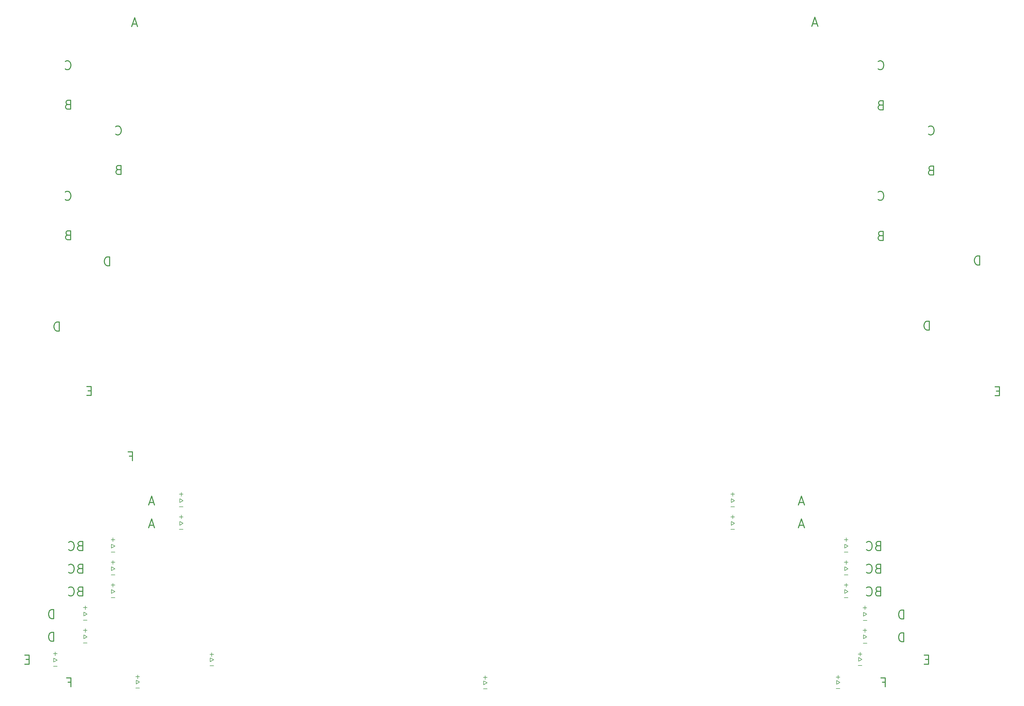
<source format=gbr>
G04 #@! TF.GenerationSoftware,KiCad,Pcbnew,(5.1.0-0)*
G04 #@! TF.CreationDate,2019-04-18T11:47:57-07:00*
G04 #@! TF.ProjectId,Panel2,50616e65-6c32-42e6-9b69-6361645f7063,rev?*
G04 #@! TF.SameCoordinates,Original*
G04 #@! TF.FileFunction,Legend,Bot*
G04 #@! TF.FilePolarity,Positive*
%FSLAX46Y46*%
G04 Gerber Fmt 4.6, Leading zero omitted, Abs format (unit mm)*
G04 Created by KiCad (PCBNEW (5.1.0-0)) date 2019-04-18 11:47:57*
%MOMM*%
%LPD*%
G04 APERTURE LIST*
%ADD10C,0.300000*%
%ADD11C,0.200000*%
G04 APERTURE END LIST*
D10*
X291024285Y-28420000D02*
X289595714Y-28420000D01*
X291310000Y-29277142D02*
X290310000Y-26277142D01*
X289310000Y-29277142D01*
X63577285Y-28547000D02*
X62148714Y-28547000D01*
X63863000Y-29404142D02*
X62863000Y-26404142D01*
X61863000Y-29404142D01*
X48353857Y-151189714D02*
X47353857Y-151189714D01*
X46925285Y-152761142D02*
X48353857Y-152761142D01*
X48353857Y-149761142D01*
X46925285Y-149761142D01*
X352000857Y-151266714D02*
X351000857Y-151266714D01*
X350572285Y-152838142D02*
X352000857Y-152838142D01*
X352000857Y-149838142D01*
X350572285Y-149838142D01*
D11*
X297564000Y-248117000D02*
X297564000Y-249387000D01*
X297437000Y-250784000D02*
X298707000Y-250784000D01*
X298707000Y-248752000D02*
X297564000Y-249387000D01*
X297564000Y-248117000D02*
X298707000Y-248752000D01*
X298072000Y-246339000D02*
X298072000Y-247609000D01*
X297437000Y-246974000D02*
X298707000Y-246974000D01*
X179581000Y-248244000D02*
X180724000Y-248879000D01*
X180724000Y-248879000D02*
X179581000Y-249514000D01*
X179454000Y-247101000D02*
X180724000Y-247101000D01*
X180089000Y-246466000D02*
X180089000Y-247736000D01*
X179454000Y-250911000D02*
X180724000Y-250911000D01*
X179581000Y-248244000D02*
X179581000Y-249514000D01*
X63376000Y-247990000D02*
X64519000Y-248625000D01*
X64519000Y-248625000D02*
X63376000Y-249260000D01*
X63249000Y-246847000D02*
X64519000Y-246847000D01*
X63884000Y-246212000D02*
X63884000Y-247482000D01*
X63249000Y-250657000D02*
X64519000Y-250657000D01*
X63376000Y-247990000D02*
X63376000Y-249260000D01*
D10*
X40595428Y-248664714D02*
X41595428Y-248664714D01*
X41595428Y-250236142D02*
X41595428Y-247236142D01*
X40166857Y-247236142D01*
X312883428Y-248664714D02*
X313883428Y-248664714D01*
X313883428Y-250236142D02*
X313883428Y-247236142D01*
X312454857Y-247236142D01*
D11*
X35842000Y-240652000D02*
X36985000Y-241287000D01*
X36985000Y-241287000D02*
X35842000Y-241922000D01*
X35715000Y-239128000D02*
X36985000Y-239128000D01*
X36350000Y-238493000D02*
X36350000Y-239763000D01*
X35715000Y-243319000D02*
X36985000Y-243319000D01*
X35842000Y-240652000D02*
X35842000Y-241922000D01*
X304955000Y-240398000D02*
X306098000Y-241033000D01*
X306098000Y-241033000D02*
X304955000Y-241668000D01*
X304828000Y-239255000D02*
X306098000Y-239255000D01*
X305463000Y-238620000D02*
X305463000Y-239890000D01*
X304828000Y-243065000D02*
X306098000Y-243065000D01*
X304955000Y-240398000D02*
X304955000Y-241668000D01*
X89309000Y-241160000D02*
X88166000Y-241795000D01*
X88039000Y-239382000D02*
X89309000Y-239382000D01*
X88674000Y-238747000D02*
X88674000Y-240017000D01*
X88039000Y-243192000D02*
X89309000Y-243192000D01*
X88166000Y-240525000D02*
X88166000Y-241795000D01*
X88166000Y-240525000D02*
X89309000Y-241160000D01*
D10*
X27594857Y-241072714D02*
X26594857Y-241072714D01*
X26166285Y-242644142D02*
X27594857Y-242644142D01*
X27594857Y-239644142D01*
X26166285Y-239644142D01*
X328330857Y-241072714D02*
X327330857Y-241072714D01*
X326902285Y-242644142D02*
X328330857Y-242644142D01*
X328330857Y-239644142D01*
X326902285Y-239644142D01*
D11*
X306560000Y-232882000D02*
X307703000Y-233517000D01*
X307703000Y-233517000D02*
X306560000Y-234152000D01*
X306433000Y-231358000D02*
X307703000Y-231358000D01*
X306560000Y-232882000D02*
X306560000Y-234152000D01*
X307068000Y-230723000D02*
X307068000Y-231993000D01*
X45862000Y-232857000D02*
X47005000Y-233492000D01*
X47005000Y-233492000D02*
X45862000Y-234127000D01*
X45735000Y-231333000D02*
X47005000Y-231333000D01*
X45735000Y-235524000D02*
X47005000Y-235524000D01*
X45862000Y-232857000D02*
X45862000Y-234127000D01*
X46370000Y-230698000D02*
X46370000Y-231968000D01*
X306533000Y-235658000D02*
X307803000Y-235658000D01*
D10*
X320043714Y-235128142D02*
X320043714Y-232128142D01*
X319329428Y-232128142D01*
X318900857Y-232271000D01*
X318615142Y-232556714D01*
X318472285Y-232842428D01*
X318329428Y-233413857D01*
X318329428Y-233842428D01*
X318472285Y-234413857D01*
X318615142Y-234699571D01*
X318900857Y-234985285D01*
X319329428Y-235128142D01*
X320043714Y-235128142D01*
X35817714Y-235001142D02*
X35817714Y-232001142D01*
X35103428Y-232001142D01*
X34674857Y-232144000D01*
X34389142Y-232429714D01*
X34246285Y-232715428D01*
X34103428Y-233286857D01*
X34103428Y-233715428D01*
X34246285Y-234286857D01*
X34389142Y-234572571D01*
X34674857Y-234858285D01*
X35103428Y-235001142D01*
X35817714Y-235001142D01*
D11*
X306560000Y-225281000D02*
X307703000Y-225916000D01*
X307703000Y-225916000D02*
X306560000Y-226551000D01*
X306433000Y-223757000D02*
X307703000Y-223757000D01*
X306560000Y-225281000D02*
X306560000Y-226551000D01*
X307068000Y-223122000D02*
X307068000Y-224392000D01*
X45862000Y-225256000D02*
X47005000Y-225891000D01*
X47005000Y-225891000D02*
X45862000Y-226526000D01*
X45735000Y-223732000D02*
X47005000Y-223732000D01*
X45735000Y-227923000D02*
X47005000Y-227923000D01*
X45862000Y-225256000D02*
X45862000Y-226526000D01*
X46370000Y-223097000D02*
X46370000Y-224367000D01*
X306533000Y-228057000D02*
X307803000Y-228057000D01*
D10*
X320043714Y-227527142D02*
X320043714Y-224527142D01*
X319329428Y-224527142D01*
X318900857Y-224670000D01*
X318615142Y-224955714D01*
X318472285Y-225241428D01*
X318329428Y-225812857D01*
X318329428Y-226241428D01*
X318472285Y-226812857D01*
X318615142Y-227098571D01*
X318900857Y-227384285D01*
X319329428Y-227527142D01*
X320043714Y-227527142D01*
X35817714Y-227400142D02*
X35817714Y-224400142D01*
X35103428Y-224400142D01*
X34674857Y-224543000D01*
X34389142Y-224828714D01*
X34246285Y-225114428D01*
X34103428Y-225685857D01*
X34103428Y-226114428D01*
X34246285Y-226685857D01*
X34389142Y-226971571D01*
X34674857Y-227257285D01*
X35103428Y-227400142D01*
X35817714Y-227400142D01*
D11*
X300274000Y-217705000D02*
X301417000Y-218340000D01*
X301417000Y-218340000D02*
X300274000Y-218975000D01*
X300147000Y-216181000D02*
X301417000Y-216181000D01*
X300147000Y-220372000D02*
X301417000Y-220372000D01*
X300274000Y-217705000D02*
X300274000Y-218975000D01*
X300782000Y-215546000D02*
X300782000Y-216816000D01*
X55127000Y-217705000D02*
X56270000Y-218340000D01*
X56270000Y-218340000D02*
X55127000Y-218975000D01*
X55000000Y-216181000D02*
X56270000Y-216181000D01*
X55000000Y-220372000D02*
X56270000Y-220372000D01*
X55127000Y-217705000D02*
X55127000Y-218975000D01*
X55635000Y-215546000D02*
X55635000Y-216816000D01*
D10*
X311338714Y-218250714D02*
X310910142Y-218393571D01*
X310767285Y-218536428D01*
X310624428Y-218822142D01*
X310624428Y-219250714D01*
X310767285Y-219536428D01*
X310910142Y-219679285D01*
X311195857Y-219822142D01*
X312338714Y-219822142D01*
X312338714Y-216822142D01*
X311338714Y-216822142D01*
X311053000Y-216965000D01*
X310910142Y-217107857D01*
X310767285Y-217393571D01*
X310767285Y-217679285D01*
X310910142Y-217965000D01*
X311053000Y-218107857D01*
X311338714Y-218250714D01*
X312338714Y-218250714D01*
X307624428Y-219536428D02*
X307767285Y-219679285D01*
X308195857Y-219822142D01*
X308481571Y-219822142D01*
X308910142Y-219679285D01*
X309195857Y-219393571D01*
X309338714Y-219107857D01*
X309481571Y-218536428D01*
X309481571Y-218107857D01*
X309338714Y-217536428D01*
X309195857Y-217250714D01*
X308910142Y-216965000D01*
X308481571Y-216822142D01*
X308195857Y-216822142D01*
X307767285Y-216965000D01*
X307624428Y-217107857D01*
X44522714Y-218250714D02*
X44094142Y-218393571D01*
X43951285Y-218536428D01*
X43808428Y-218822142D01*
X43808428Y-219250714D01*
X43951285Y-219536428D01*
X44094142Y-219679285D01*
X44379857Y-219822142D01*
X45522714Y-219822142D01*
X45522714Y-216822142D01*
X44522714Y-216822142D01*
X44237000Y-216965000D01*
X44094142Y-217107857D01*
X43951285Y-217393571D01*
X43951285Y-217679285D01*
X44094142Y-217965000D01*
X44237000Y-218107857D01*
X44522714Y-218250714D01*
X45522714Y-218250714D01*
X40808428Y-219536428D02*
X40951285Y-219679285D01*
X41379857Y-219822142D01*
X41665571Y-219822142D01*
X42094142Y-219679285D01*
X42379857Y-219393571D01*
X42522714Y-219107857D01*
X42665571Y-218536428D01*
X42665571Y-218107857D01*
X42522714Y-217536428D01*
X42379857Y-217250714D01*
X42094142Y-216965000D01*
X41665571Y-216822142D01*
X41379857Y-216822142D01*
X40951285Y-216965000D01*
X40808428Y-217107857D01*
D11*
X300274000Y-210105000D02*
X301417000Y-210740000D01*
X301417000Y-210740000D02*
X300274000Y-211375000D01*
X300147000Y-208581000D02*
X301417000Y-208581000D01*
X300147000Y-212772000D02*
X301417000Y-212772000D01*
X300274000Y-210105000D02*
X300274000Y-211375000D01*
X300782000Y-207946000D02*
X300782000Y-209216000D01*
X55127000Y-210105000D02*
X56270000Y-210740000D01*
X56270000Y-210740000D02*
X55127000Y-211375000D01*
X55000000Y-208581000D02*
X56270000Y-208581000D01*
X55000000Y-212772000D02*
X56270000Y-212772000D01*
X55127000Y-210105000D02*
X55127000Y-211375000D01*
X55635000Y-207946000D02*
X55635000Y-209216000D01*
D10*
X311338714Y-210650714D02*
X310910142Y-210793571D01*
X310767285Y-210936428D01*
X310624428Y-211222142D01*
X310624428Y-211650714D01*
X310767285Y-211936428D01*
X310910142Y-212079285D01*
X311195857Y-212222142D01*
X312338714Y-212222142D01*
X312338714Y-209222142D01*
X311338714Y-209222142D01*
X311053000Y-209365000D01*
X310910142Y-209507857D01*
X310767285Y-209793571D01*
X310767285Y-210079285D01*
X310910142Y-210365000D01*
X311053000Y-210507857D01*
X311338714Y-210650714D01*
X312338714Y-210650714D01*
X307624428Y-211936428D02*
X307767285Y-212079285D01*
X308195857Y-212222142D01*
X308481571Y-212222142D01*
X308910142Y-212079285D01*
X309195857Y-211793571D01*
X309338714Y-211507857D01*
X309481571Y-210936428D01*
X309481571Y-210507857D01*
X309338714Y-209936428D01*
X309195857Y-209650714D01*
X308910142Y-209365000D01*
X308481571Y-209222142D01*
X308195857Y-209222142D01*
X307767285Y-209365000D01*
X307624428Y-209507857D01*
X44522714Y-210650714D02*
X44094142Y-210793571D01*
X43951285Y-210936428D01*
X43808428Y-211222142D01*
X43808428Y-211650714D01*
X43951285Y-211936428D01*
X44094142Y-212079285D01*
X44379857Y-212222142D01*
X45522714Y-212222142D01*
X45522714Y-209222142D01*
X44522714Y-209222142D01*
X44237000Y-209365000D01*
X44094142Y-209507857D01*
X43951285Y-209793571D01*
X43951285Y-210079285D01*
X44094142Y-210365000D01*
X44237000Y-210507857D01*
X44522714Y-210650714D01*
X45522714Y-210650714D01*
X40808428Y-211936428D02*
X40951285Y-212079285D01*
X41379857Y-212222142D01*
X41665571Y-212222142D01*
X42094142Y-212079285D01*
X42379857Y-211793571D01*
X42522714Y-211507857D01*
X42665571Y-210936428D01*
X42665571Y-210507857D01*
X42522714Y-209936428D01*
X42379857Y-209650714D01*
X42094142Y-209365000D01*
X41665571Y-209222142D01*
X41379857Y-209222142D01*
X40951285Y-209365000D01*
X40808428Y-209507857D01*
D11*
X300274000Y-202505000D02*
X301417000Y-203140000D01*
X301417000Y-203140000D02*
X300274000Y-203775000D01*
X300147000Y-200981000D02*
X301417000Y-200981000D01*
X300147000Y-205172000D02*
X301417000Y-205172000D01*
X300274000Y-202505000D02*
X300274000Y-203775000D01*
X300782000Y-200346000D02*
X300782000Y-201616000D01*
X55127000Y-202505000D02*
X56270000Y-203140000D01*
X56270000Y-203140000D02*
X55127000Y-203775000D01*
X55000000Y-200981000D02*
X56270000Y-200981000D01*
X55000000Y-205172000D02*
X56270000Y-205172000D01*
X55127000Y-202505000D02*
X55127000Y-203775000D01*
X55635000Y-200346000D02*
X55635000Y-201616000D01*
D10*
X311338714Y-203050714D02*
X310910142Y-203193571D01*
X310767285Y-203336428D01*
X310624428Y-203622142D01*
X310624428Y-204050714D01*
X310767285Y-204336428D01*
X310910142Y-204479285D01*
X311195857Y-204622142D01*
X312338714Y-204622142D01*
X312338714Y-201622142D01*
X311338714Y-201622142D01*
X311053000Y-201765000D01*
X310910142Y-201907857D01*
X310767285Y-202193571D01*
X310767285Y-202479285D01*
X310910142Y-202765000D01*
X311053000Y-202907857D01*
X311338714Y-203050714D01*
X312338714Y-203050714D01*
X307624428Y-204336428D02*
X307767285Y-204479285D01*
X308195857Y-204622142D01*
X308481571Y-204622142D01*
X308910142Y-204479285D01*
X309195857Y-204193571D01*
X309338714Y-203907857D01*
X309481571Y-203336428D01*
X309481571Y-202907857D01*
X309338714Y-202336428D01*
X309195857Y-202050714D01*
X308910142Y-201765000D01*
X308481571Y-201622142D01*
X308195857Y-201622142D01*
X307767285Y-201765000D01*
X307624428Y-201907857D01*
X44522714Y-203050714D02*
X44094142Y-203193571D01*
X43951285Y-203336428D01*
X43808428Y-203622142D01*
X43808428Y-204050714D01*
X43951285Y-204336428D01*
X44094142Y-204479285D01*
X44379857Y-204622142D01*
X45522714Y-204622142D01*
X45522714Y-201622142D01*
X44522714Y-201622142D01*
X44237000Y-201765000D01*
X44094142Y-201907857D01*
X43951285Y-202193571D01*
X43951285Y-202479285D01*
X44094142Y-202765000D01*
X44237000Y-202907857D01*
X44522714Y-203050714D01*
X45522714Y-203050714D01*
X40808428Y-204336428D02*
X40951285Y-204479285D01*
X41379857Y-204622142D01*
X41665571Y-204622142D01*
X42094142Y-204479285D01*
X42379857Y-204193571D01*
X42522714Y-203907857D01*
X42665571Y-203336428D01*
X42665571Y-202907857D01*
X42522714Y-202336428D01*
X42379857Y-202050714D01*
X42094142Y-201765000D01*
X41665571Y-201622142D01*
X41379857Y-201622142D01*
X40951285Y-201765000D01*
X40808428Y-201907857D01*
D11*
X262341000Y-194908000D02*
X263484000Y-195543000D01*
X263484000Y-195543000D02*
X262341000Y-196178000D01*
X262214000Y-193384000D02*
X263484000Y-193384000D01*
X262214000Y-197575000D02*
X263484000Y-197575000D01*
X262341000Y-194908000D02*
X262341000Y-196178000D01*
X262849000Y-192749000D02*
X262849000Y-194019000D01*
X77937000Y-194908000D02*
X79080000Y-195543000D01*
X79080000Y-195543000D02*
X77937000Y-196178000D01*
X77810000Y-193384000D02*
X79080000Y-193384000D01*
X77810000Y-197575000D02*
X79080000Y-197575000D01*
X77937000Y-194908000D02*
X77937000Y-196178000D01*
X78445000Y-192749000D02*
X78445000Y-194019000D01*
D10*
X69253285Y-196170000D02*
X67824714Y-196170000D01*
X69539000Y-197027142D02*
X68539000Y-194027142D01*
X67539000Y-197027142D01*
X286550285Y-196170000D02*
X285121714Y-196170000D01*
X286836000Y-197027142D02*
X285836000Y-194027142D01*
X284836000Y-197027142D01*
D11*
X262341000Y-187309000D02*
X263484000Y-187944000D01*
X263484000Y-187944000D02*
X262341000Y-188579000D01*
X262214000Y-185785000D02*
X263484000Y-185785000D01*
X262214000Y-189976000D02*
X263484000Y-189976000D01*
X262341000Y-187309000D02*
X262341000Y-188579000D01*
X262849000Y-185150000D02*
X262849000Y-186420000D01*
X77937000Y-187309000D02*
X79080000Y-187944000D01*
X79080000Y-187944000D02*
X77937000Y-188579000D01*
X77810000Y-185785000D02*
X79080000Y-185785000D01*
X77810000Y-189976000D02*
X79080000Y-189976000D01*
X77937000Y-187309000D02*
X77937000Y-188579000D01*
X78445000Y-185150000D02*
X78445000Y-186420000D01*
D10*
X69253285Y-188571000D02*
X67824714Y-188571000D01*
X69539000Y-189428142D02*
X68539000Y-186428142D01*
X67539000Y-189428142D01*
X286550285Y-188571000D02*
X285121714Y-188571000D01*
X286836000Y-189428142D02*
X285836000Y-186428142D01*
X284836000Y-189428142D01*
X61160617Y-173046257D02*
X62160617Y-173046257D01*
X62160617Y-174617685D02*
X62160617Y-171617685D01*
X60732046Y-171617685D01*
X328557714Y-130917142D02*
X328557714Y-127917142D01*
X327843428Y-127917142D01*
X327414857Y-128060000D01*
X327129142Y-128345714D01*
X326986285Y-128631428D01*
X326843428Y-129202857D01*
X326843428Y-129631428D01*
X326986285Y-130202857D01*
X327129142Y-130488571D01*
X327414857Y-130774285D01*
X327843428Y-130917142D01*
X328557714Y-130917142D01*
X37637714Y-131217142D02*
X37637714Y-128217142D01*
X36923428Y-128217142D01*
X36494857Y-128360000D01*
X36209142Y-128645714D01*
X36066285Y-128931428D01*
X35923428Y-129502857D01*
X35923428Y-129931428D01*
X36066285Y-130502857D01*
X36209142Y-130788571D01*
X36494857Y-131074285D01*
X36923428Y-131217142D01*
X37637714Y-131217142D01*
X345404714Y-109105142D02*
X345404714Y-106105142D01*
X344690428Y-106105142D01*
X344261857Y-106248000D01*
X343976142Y-106533714D01*
X343833285Y-106819428D01*
X343690428Y-107390857D01*
X343690428Y-107819428D01*
X343833285Y-108390857D01*
X343976142Y-108676571D01*
X344261857Y-108962285D01*
X344690428Y-109105142D01*
X345404714Y-109105142D01*
X54484714Y-109405142D02*
X54484714Y-106405142D01*
X53770428Y-106405142D01*
X53341857Y-106548000D01*
X53056142Y-106833714D01*
X52913285Y-107119428D01*
X52770428Y-107690857D01*
X52770428Y-108119428D01*
X52913285Y-108690857D01*
X53056142Y-108976571D01*
X53341857Y-109262285D01*
X53770428Y-109405142D01*
X54484714Y-109405142D01*
X312198714Y-99318714D02*
X311770142Y-99461571D01*
X311627285Y-99604428D01*
X311484428Y-99890142D01*
X311484428Y-100318714D01*
X311627285Y-100604428D01*
X311770142Y-100747285D01*
X312055857Y-100890142D01*
X313198714Y-100890142D01*
X313198714Y-97890142D01*
X312198714Y-97890142D01*
X311913000Y-98033000D01*
X311770142Y-98175857D01*
X311627285Y-98461571D01*
X311627285Y-98747285D01*
X311770142Y-99033000D01*
X311913000Y-99175857D01*
X312198714Y-99318714D01*
X313198714Y-99318714D01*
X39684428Y-87204428D02*
X39827285Y-87347285D01*
X40255857Y-87490142D01*
X40541571Y-87490142D01*
X40970142Y-87347285D01*
X41255857Y-87061571D01*
X41398714Y-86775857D01*
X41541571Y-86204428D01*
X41541571Y-85775857D01*
X41398714Y-85204428D01*
X41255857Y-84918714D01*
X40970142Y-84633000D01*
X40541571Y-84490142D01*
X40255857Y-84490142D01*
X39827285Y-84633000D01*
X39684428Y-84775857D01*
X40498714Y-99118714D02*
X40070142Y-99261571D01*
X39927285Y-99404428D01*
X39784428Y-99690142D01*
X39784428Y-100118714D01*
X39927285Y-100404428D01*
X40070142Y-100547285D01*
X40355857Y-100690142D01*
X41498714Y-100690142D01*
X41498714Y-97690142D01*
X40498714Y-97690142D01*
X40213000Y-97833000D01*
X40070142Y-97975857D01*
X39927285Y-98261571D01*
X39927285Y-98547285D01*
X40070142Y-98833000D01*
X40213000Y-98975857D01*
X40498714Y-99118714D01*
X41498714Y-99118714D01*
X311484428Y-87204428D02*
X311627285Y-87347285D01*
X312055857Y-87490142D01*
X312341571Y-87490142D01*
X312770142Y-87347285D01*
X313055857Y-87061571D01*
X313198714Y-86775857D01*
X313341571Y-86204428D01*
X313341571Y-85775857D01*
X313198714Y-85204428D01*
X313055857Y-84918714D01*
X312770142Y-84633000D01*
X312341571Y-84490142D01*
X312055857Y-84490142D01*
X311627285Y-84633000D01*
X311484428Y-84775857D01*
X329045714Y-77462714D02*
X328617142Y-77605571D01*
X328474285Y-77748428D01*
X328331428Y-78034142D01*
X328331428Y-78462714D01*
X328474285Y-78748428D01*
X328617142Y-78891285D01*
X328902857Y-79034142D01*
X330045714Y-79034142D01*
X330045714Y-76034142D01*
X329045714Y-76034142D01*
X328760000Y-76177000D01*
X328617142Y-76319857D01*
X328474285Y-76605571D01*
X328474285Y-76891285D01*
X328617142Y-77177000D01*
X328760000Y-77319857D01*
X329045714Y-77462714D01*
X330045714Y-77462714D01*
X56531428Y-65348428D02*
X56674285Y-65491285D01*
X57102857Y-65634142D01*
X57388571Y-65634142D01*
X57817142Y-65491285D01*
X58102857Y-65205571D01*
X58245714Y-64919857D01*
X58388571Y-64348428D01*
X58388571Y-63919857D01*
X58245714Y-63348428D01*
X58102857Y-63062714D01*
X57817142Y-62777000D01*
X57388571Y-62634142D01*
X57102857Y-62634142D01*
X56674285Y-62777000D01*
X56531428Y-62919857D01*
X57345714Y-77262714D02*
X56917142Y-77405571D01*
X56774285Y-77548428D01*
X56631428Y-77834142D01*
X56631428Y-78262714D01*
X56774285Y-78548428D01*
X56917142Y-78691285D01*
X57202857Y-78834142D01*
X58345714Y-78834142D01*
X58345714Y-75834142D01*
X57345714Y-75834142D01*
X57060000Y-75977000D01*
X56917142Y-76119857D01*
X56774285Y-76405571D01*
X56774285Y-76691285D01*
X56917142Y-76977000D01*
X57060000Y-77119857D01*
X57345714Y-77262714D01*
X58345714Y-77262714D01*
X328331428Y-65348428D02*
X328474285Y-65491285D01*
X328902857Y-65634142D01*
X329188571Y-65634142D01*
X329617142Y-65491285D01*
X329902857Y-65205571D01*
X330045714Y-64919857D01*
X330188571Y-64348428D01*
X330188571Y-63919857D01*
X330045714Y-63348428D01*
X329902857Y-63062714D01*
X329617142Y-62777000D01*
X329188571Y-62634142D01*
X328902857Y-62634142D01*
X328474285Y-62777000D01*
X328331428Y-62919857D01*
X312198714Y-55649714D02*
X311770142Y-55792571D01*
X311627285Y-55935428D01*
X311484428Y-56221142D01*
X311484428Y-56649714D01*
X311627285Y-56935428D01*
X311770142Y-57078285D01*
X312055857Y-57221142D01*
X313198714Y-57221142D01*
X313198714Y-54221142D01*
X312198714Y-54221142D01*
X311913000Y-54364000D01*
X311770142Y-54506857D01*
X311627285Y-54792571D01*
X311627285Y-55078285D01*
X311770142Y-55364000D01*
X311913000Y-55506857D01*
X312198714Y-55649714D01*
X313198714Y-55649714D01*
X39684428Y-43535428D02*
X39827285Y-43678285D01*
X40255857Y-43821142D01*
X40541571Y-43821142D01*
X40970142Y-43678285D01*
X41255857Y-43392571D01*
X41398714Y-43106857D01*
X41541571Y-42535428D01*
X41541571Y-42106857D01*
X41398714Y-41535428D01*
X41255857Y-41249714D01*
X40970142Y-40964000D01*
X40541571Y-40821142D01*
X40255857Y-40821142D01*
X39827285Y-40964000D01*
X39684428Y-41106857D01*
X40498714Y-55449714D02*
X40070142Y-55592571D01*
X39927285Y-55735428D01*
X39784428Y-56021142D01*
X39784428Y-56449714D01*
X39927285Y-56735428D01*
X40070142Y-56878285D01*
X40355857Y-57021142D01*
X41498714Y-57021142D01*
X41498714Y-54021142D01*
X40498714Y-54021142D01*
X40213000Y-54164000D01*
X40070142Y-54306857D01*
X39927285Y-54592571D01*
X39927285Y-54878285D01*
X40070142Y-55164000D01*
X40213000Y-55306857D01*
X40498714Y-55449714D01*
X41498714Y-55449714D01*
X311484428Y-43535428D02*
X311627285Y-43678285D01*
X312055857Y-43821142D01*
X312341571Y-43821142D01*
X312770142Y-43678285D01*
X313055857Y-43392571D01*
X313198714Y-43106857D01*
X313341571Y-42535428D01*
X313341571Y-42106857D01*
X313198714Y-41535428D01*
X313055857Y-41249714D01*
X312770142Y-40964000D01*
X312341571Y-40821142D01*
X312055857Y-40821142D01*
X311627285Y-40964000D01*
X311484428Y-41106857D01*
M02*

</source>
